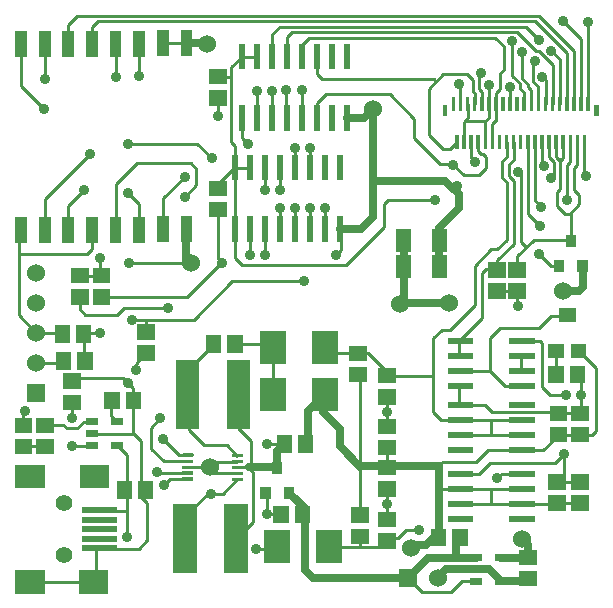
<source format=gbr>
G04 start of page 3 for group 1 idx 1 *
G04 Title: (unknown), solder *
G04 Creator: pcb 20140316 *
G04 CreationDate: Sun 15 Feb 2015 03:48:22 PM GMT UTC *
G04 For: jeroen *
G04 Format: Gerber/RS-274X *
G04 PCB-Dimensions (mil): 6000.00 5000.00 *
G04 PCB-Coordinate-Origin: lower left *
%MOIN*%
%FSLAX25Y25*%
%LNTOP*%
%ADD44C,0.0354*%
%ADD43C,0.0380*%
%ADD42C,0.0350*%
%ADD41C,0.0200*%
%ADD40C,0.0360*%
%ADD39R,0.0394X0.0394*%
%ADD38R,0.0118X0.0118*%
%ADD37R,0.0157X0.0157*%
%ADD36R,0.0472X0.0472*%
%ADD35R,0.0200X0.0200*%
%ADD34R,0.0120X0.0120*%
%ADD33C,0.0120*%
%ADD32R,0.0340X0.0340*%
%ADD31R,0.0866X0.0866*%
%ADD30R,0.0787X0.0787*%
%ADD29R,0.0197X0.0197*%
%ADD28R,0.0240X0.0240*%
%ADD27R,0.0512X0.0512*%
%ADD26C,0.0551*%
%ADD25C,0.0600*%
%ADD24C,0.0001*%
%ADD23C,0.0250*%
%ADD22C,0.0100*%
G54D22*X379134Y203346D02*Y175984D01*
X374409D02*Y192913D01*
X376772Y175984D02*Y197638D01*
X374409Y193701D02*Y175984D01*
X370866Y203543D02*X376772Y197638D01*
X372047Y175984D02*Y193110D01*
X369685Y175984D02*Y190945D01*
X366929Y193701D01*
X367323Y175984D02*Y188976D01*
X364961Y175984D02*Y183858D01*
X363780Y185039D01*
X361220Y190157D02*X361417Y190354D01*
X360630Y183661D02*Y189567D01*
X361417Y190354D01*
X362598Y175984D02*Y181693D01*
X360236Y175984D02*Y180709D01*
X359252Y181693D01*
X357874Y175984D02*Y179724D01*
X362598Y181693D02*X360630Y183661D01*
X353937Y185236D02*X356299Y182874D01*
X357283Y184449D02*X359154Y182579D01*
Y181791D01*
X357874Y179724D02*X356299Y181299D01*
X350984Y187402D02*Y195276D01*
X349803Y181102D02*Y186220D01*
X350984Y187402D01*
X348425Y179724D02*X349803Y181102D01*
X348425Y175984D02*Y179724D01*
X350984Y195276D02*X348228Y198031D01*
X348425Y170472D02*Y175787D01*
X346063Y182283D02*Y171457D01*
X344882Y170276D01*
X353150Y175984D02*Y181496D01*
X353937Y197244D02*Y185236D01*
X343701Y175984D02*Y179921D01*
X342717Y180906D01*
X343307Y186417D02*X342717Y185827D01*
Y180906D01*
X352953Y155906D02*X354331Y157283D01*
X352756Y151969D02*Y155709D01*
X352854Y155807D01*
X351969Y158268D02*X350591Y156890D01*
X356299Y182874D02*Y181299D01*
X357283Y193110D02*Y184449D01*
X355315Y200000D02*X361811Y193504D01*
X358465Y201772D02*X362795Y197441D01*
X367323Y188976D02*X362795Y193504D01*
X361811D01*
X372047Y193110D02*X361614Y203543D01*
X362795Y205315D02*X374409Y193701D01*
X366142Y163386D02*Y158268D01*
X367717Y156693D01*
Y152165D01*
X377953Y151772D02*Y163386D01*
X375591D02*Y155709D01*
X374409Y154528D01*
Y150000D01*
Y150197D02*Y147441D01*
X376181Y145669D01*
X372244Y155709D02*Y143898D01*
X373388Y130247D02*Y139407D01*
X373228Y139567D01*
X373351Y130709D02*X373388Y130672D01*
X376181Y145669D02*Y142520D01*
X373031Y139370D01*
X371457D01*
X368898Y141929D01*
Y146654D01*
X369882Y147638D01*
Y157480D01*
G54D23*X370866Y113583D02*X375984D01*
X377362Y114961D01*
Y121850D01*
G54D22*X370669Y113583D03*
X366732Y105315D02*X372047D01*
X372244Y105512D01*
X362795Y101378D02*X366732Y105315D01*
X361024Y130709D02*X373351D01*
X369488Y122047D02*X366732D01*
X362795Y125984D01*
X355512Y120669D02*Y125197D01*
X348820Y113583D02*X355511D01*
X355512Y113583D01*
Y109055D01*
X355906Y108661D01*
X355512Y125197D02*X361024Y130709D01*
X348820Y123820D02*X354331Y129331D01*
X351969Y130709D02*X348819Y127559D01*
X346850D01*
X341339Y122047D01*
X358465Y128150D02*X356693Y129921D01*
X343898Y104758D02*Y119685D01*
X345079Y120866D01*
X348623D01*
X348820Y120669D01*
Y123820D01*
X341339Y122047D02*Y108858D01*
X333268Y100787D01*
G54D23*X332874Y109646D02*X316732D01*
X316535Y109449D01*
X317717Y130512D02*Y110630D01*
X316535Y109449D01*
G54D22*X286437Y134238D02*Y140925D01*
X286220Y141142D01*
X291437Y134238D02*Y140846D01*
X291339Y140945D01*
G54D23*X296437Y134238D02*X303333D01*
X307480Y138386D01*
G54D22*X311220Y142520D02*Y135039D01*
X298425Y122244D01*
G54D23*X329528Y134646D02*Y121260D01*
G54D22*X328150Y143898D02*X312598D01*
X311220Y142520D01*
G54D23*X307480Y150394D02*X331496D01*
G54D22*X351969Y149803D02*Y130709D01*
X356693Y129921D02*Y152559D01*
X354331Y150394D02*X352756Y151969D01*
X337795Y152165D02*X334252Y155709D01*
X333858Y156102D02*X329921D01*
G54D23*X331496Y150394D02*X336024Y145866D01*
Y141142D01*
X329528Y134646D01*
G54D22*X351969Y149803D02*X350591Y151181D01*
Y156890D01*
X354331Y129331D02*Y150394D01*
X373228Y163386D02*Y156693D01*
X370866Y163386D02*Y158071D01*
X369882Y157087D01*
X368504Y158465D01*
Y163583D01*
X363583Y141732D02*X361417Y143898D01*
X359055Y139370D02*X363189Y135236D01*
X373228Y156693D02*X372244Y155709D01*
X361417Y143898D02*Y163386D01*
X359055D02*Y139370D01*
X363780Y163386D02*Y156102D01*
X364567Y155315D01*
X367717Y152165D02*X366732Y151181D01*
X348425Y170472D02*X347244Y169291D01*
X348327Y170374D02*X348425Y170472D01*
X347244Y169291D02*Y163583D01*
X344882Y170276D02*Y163386D01*
X345079Y158465D02*Y154528D01*
X342717Y152165D01*
X354331Y157283D02*Y163386D01*
X351969D02*Y158268D01*
X356693Y152559D02*X355906Y153346D01*
X341339Y175984D02*Y179528D01*
X338976Y175984D02*Y171260D01*
X337795Y170079D01*
Y163583D01*
X337992Y170276D02*X344882D01*
X341339Y179528D02*X340748Y180118D01*
Y183858D01*
X338780Y185827D01*
X330906D01*
X336024Y182677D02*X336614Y182087D01*
X330906Y185827D02*X325984Y180906D01*
Y165748D01*
X330709Y161024D01*
X327756Y184252D02*X328543Y183465D01*
X336614Y182087D02*Y175984D01*
X330709Y161024D02*X333071D01*
X335433Y163386D01*
X340157D02*Y157874D01*
X341535Y156496D01*
X342520Y163386D02*Y160236D01*
X343307Y159449D01*
X344094D01*
X345079Y158465D01*
X342717Y152165D02*X337795D01*
X329921Y156102D02*X321260Y164764D01*
G54D23*X307480Y138386D02*Y174409D01*
G54D22*X321260Y164764D02*Y171063D01*
X312992Y179331D01*
X290354Y184252D02*X327756D01*
X348228Y198031D02*X286220D01*
X355315Y200000D02*X280512D01*
X276378Y201772D02*X358465D01*
X361614Y203543D02*X215748D01*
X208858Y205315D02*X362795D01*
X312992Y179331D02*X291732D01*
X288780Y176378D01*
Y171266D01*
X288799Y171246D01*
G54D23*X298799D02*X304317D01*
X307579Y174508D01*
G54D22*X283799Y171246D02*Y180374D01*
X283661Y180512D01*
X288799Y185807D02*X290354Y184252D01*
X286220Y198031D02*X283661Y195472D01*
Y191732D01*
X280512Y200000D02*X278740Y198228D01*
Y191805D01*
X278799Y191746D01*
X271457Y147441D02*Y154719D01*
X271437Y154738D01*
X276437Y147500D02*X276378Y147441D01*
X276437Y154738D02*Y147500D01*
X281496Y154679D02*X281437Y154738D01*
X281496Y161220D02*Y154797D01*
X281437Y154738D01*
X286417Y161220D02*Y154567D01*
X286437Y154547D01*
X261437Y154738D02*X266437D01*
X261437Y134238D02*Y161988D01*
X260236Y163189D01*
X268701Y180315D02*Y171344D01*
X268799Y171246D01*
X273819Y180315D02*Y171266D01*
X273799Y171246D01*
X278543Y180512D02*Y171502D01*
X278799Y171246D01*
X263799Y191746D02*X268799D01*
X260236Y163189D02*Y188183D01*
X263799Y191746D01*
X265748Y162795D02*X263780Y164764D01*
Y171457D01*
X255906Y185039D02*X260039D01*
G54D23*X245275Y196260D02*X250787D01*
G54D22*X245472Y196654D02*X245079Y196260D01*
X245472D02*X237401D01*
D03*
X260039Y185039D02*X260236Y185236D01*
X288799Y191746D02*Y185807D01*
X273799Y191746D02*Y199193D01*
X276378Y201772D01*
X255906Y177954D02*Y171851D01*
X255906Y171850D01*
X198031Y184449D02*Y195866D01*
X198031Y195867D01*
X190157D02*Y181890D01*
X197638Y174409D01*
X221653Y195867D02*Y185040D01*
X221654Y185039D01*
X229527Y195867D02*Y185237D01*
X229528Y185236D01*
X213779Y195867D02*Y201574D01*
X205905Y195867D02*Y202362D01*
X208858Y205315D01*
X213779Y201575D02*X215748Y203543D01*
X255709Y147835D02*Y149424D01*
X261024Y154738D01*
X225787Y162795D02*X248819D01*
X253740Y157874D01*
X229527Y142717D02*X225787Y146457D01*
X190157Y134056D02*X189370Y133268D01*
X205905Y134056D02*Y141929D01*
X198031Y134056D02*Y144291D01*
X190157Y134056D02*X189370Y133268D01*
X205905Y141929D02*X211220Y147244D01*
X198031Y144291D02*X213189Y159449D01*
X276437Y134238D02*Y141083D01*
X276378Y141142D01*
X281437Y134238D02*Y141004D01*
X281299Y141142D01*
X266535Y125591D02*Y134646D01*
X271437Y134238D02*Y125610D01*
X271457Y125591D01*
X298425Y122244D02*X263780D01*
X295079Y125787D02*X296654Y127362D01*
Y134055D01*
X260433Y116929D02*X284449D01*
X263780Y122244D02*X261417Y124606D01*
X246850Y122835D02*X226181D01*
X212008Y125984D02*X189370D01*
X216535Y124606D02*Y119095D01*
X209843Y118701D02*X216535D01*
X209843Y111614D02*X209843Y111615D01*
X261417Y124606D02*Y134219D01*
X255709Y140749D02*Y124606D01*
X257283Y123031D01*
G54D23*X245275Y134449D02*Y124410D01*
X246654Y123031D01*
G54D22*X261417Y134219D02*X261437Y134238D01*
X244685Y151772D02*X237402Y144488D01*
Y133858D01*
X244685Y144882D02*X248622Y148819D01*
Y154331D01*
X246654Y156299D01*
X228740D01*
X221654Y149213D01*
Y133071D01*
X213779Y134056D02*Y127756D01*
X212008Y125984D01*
X229527Y134056D02*Y142717D01*
X216339Y99606D02*X212598D01*
X195276Y89685D02*X203662D01*
X203938Y89961D01*
X195276Y99685D02*X203465D01*
X203938Y99213D01*
X211024D02*Y89961D01*
X216535Y119095D02*X216930Y118701D01*
X216535D03*
X222244Y105709D02*X211614D01*
X209843Y107480D01*
Y111220D01*
X189370Y133268D02*Y105591D01*
X195276Y99685D01*
X247638Y104134D02*X260433Y116929D01*
X257087Y123228D02*X245472Y111614D01*
X226969Y104134D02*X247638D01*
X245472Y111614D02*X217323D01*
X238976Y108071D02*X224606D01*
X222244Y105709D01*
X231890Y99999D02*Y103937D01*
X231693Y104134D01*
G54D23*X275591Y60236D02*Y54724D01*
G54D22*X272047Y45276D02*Y39370D01*
X268504Y27559D02*X274803D01*
X275591Y28346D01*
X272244Y39173D02*X272047Y39370D01*
G54D23*X266008Y54858D02*X274565D01*
G54D22*X265551Y54921D02*X267323Y53150D01*
X265488Y54858D02*X262216D01*
X266929Y56299D02*X265488Y54858D01*
X258769Y62205D02*X251181D01*
X262216Y58758D02*X258769Y62205D01*
X266929Y63780D02*Y56299D01*
X262598Y68110D02*X266929Y63780D01*
X262216Y56758D02*X253869D01*
X233465Y68110D02*X236614Y71260D01*
X233465Y61024D02*Y68110D01*
X237630Y56858D02*X233465Y61024D01*
X245716Y56858D02*X237630D01*
X242717Y58858D02*X245716D01*
X237402Y64173D02*X242717Y58858D01*
X251181Y62205D02*X246063Y67323D01*
X235624Y52958D02*X245716D01*
X235433Y53150D02*X235624Y52958D01*
X253869Y56758D02*X251969Y54858D01*
X251835D02*X253835Y52858D01*
X245716Y54858D02*X251835D01*
X230118Y45079D02*Y63780D01*
X227559Y66339D01*
X222047Y62205D02*X225394Y58858D01*
X190946Y61812D02*X198031D01*
X190946Y68898D02*Y73230D01*
X198031Y68898D02*X198228Y68701D01*
X198031Y68897D02*X198031Y68898D01*
X190946Y73230D02*X191339Y73622D01*
X198228Y69094D02*X204134D01*
X205315Y67913D01*
X208858D01*
X211024Y70079D01*
X207087Y61811D02*X213454D01*
X213847Y62205D01*
X219291Y84646D02*X207874D01*
X207087Y76575D02*Y71260D01*
X211024Y70079D02*X214173D01*
X227559Y81299D02*X224213Y84646D01*
X219488D01*
X220276Y76968D02*X220473Y77165D01*
X222047Y70079D02*X220276Y71850D01*
Y76968D01*
X227559Y81299D02*Y66339D01*
X228346Y87205D02*Y89370D01*
X231890Y92913D01*
X213847Y66105D02*X227128D01*
X227461Y66437D01*
X239935Y50958D02*X237795Y48819D01*
X214960Y40355D02*X225394Y40354D01*
X224802Y40355D02*X224803Y40354D01*
X229331Y27756D02*X214961D01*
X244980Y38681D02*Y31201D01*
X244882Y31102D01*
X245716Y50958D02*X239935D01*
X257420Y46063D02*X252362D01*
X244882Y38583D01*
X262216Y50858D02*X257420Y46063D01*
X267323Y36614D02*X261811Y31102D01*
X267323Y53150D02*Y36614D01*
X253835Y52858D02*X262216D01*
X232185Y39469D02*Y30610D01*
X229331Y27756D01*
X232185Y39665D02*Y43012D01*
X230118Y45079D01*
X225394Y58858D02*Y31496D01*
X215157Y27756D02*Y17717D01*
X213976Y16535D01*
X192717D01*
X293315Y92905D02*X291339Y94882D01*
X274016D02*Y79134D01*
X272835Y96063D02*X274016Y94882D01*
X261417Y96063D02*X272835D01*
X246063Y87795D02*X254331Y96063D01*
X246063Y67323D02*Y87795D01*
X262598Y79134D02*Y68110D01*
G54D23*X329232Y55217D02*X329331Y55315D01*
X277953Y62598D02*X275591Y60236D01*
G54D22*X272047Y62598D02*X277953D01*
G54D23*X290945Y73228D02*Y78740D01*
X296457Y67717D02*X290945Y73228D01*
X296457Y61811D02*Y67717D01*
X285827Y73622D02*Y62205D01*
X291339Y79134D02*X285827Y73622D01*
G54D22*X291339Y79134D02*Y75984D01*
X312205Y78347D02*Y68504D01*
X303150Y85016D02*Y38976D01*
G54D23*X303248Y55217D02*X329232D01*
G54D22*X312205Y61418D02*Y54724D01*
G54D23*X303150Y55118D02*X296457Y61811D01*
G54D22*X313012Y60610D02*X312205Y61417D01*
X303544Y54724D02*X303150Y55118D01*
X302756Y54724D02*X303150Y55118D01*
G54D23*X284646Y41265D02*X279454Y46457D01*
G54D22*X276772Y39173D02*X272244D01*
X312205Y86614D02*X305906Y92913D01*
X302355D02*X302346Y92905D01*
X305906Y92913D02*X302355D01*
X303150Y85016D02*X302346Y85819D01*
X312205Y85433D02*Y86614D01*
X302346Y92905D02*X293315D01*
X312205Y85433D02*X327362D01*
X327362Y85433D01*
G54D23*X329331Y31496D02*Y55295D01*
G54D22*X315748Y31299D02*X313189D01*
X322638Y34055D02*X318504D01*
G54D23*X329331Y31496D02*X327756D01*
G54D22*X312205Y40945D02*Y37401D01*
Y40944D02*Y47638D01*
X318504Y34055D02*X315748Y31299D01*
G54D23*X322638Y28937D02*X321850Y28150D01*
X325197Y28937D02*X322638D01*
X327756Y31496D02*X325197Y28937D01*
X331890Y20866D02*X329134Y18110D01*
X335235Y24925D02*X335039Y24729D01*
X335235Y31890D02*Y24925D01*
X341800Y24729D02*X325753D01*
G54D22*X334449Y29331D02*X334645Y29528D01*
G54D23*X346063Y20866D02*X331890D01*
X325753Y24729D02*X319134Y18110D01*
G54D22*X323858Y13386D02*X319134Y18110D01*
G54D23*X319213Y18189D02*X318937Y17913D01*
G54D22*X333465Y13386D02*X323858D01*
X337008Y16929D02*X333465Y13386D01*
G54D23*X350000Y16929D02*X346063Y20866D01*
X358268Y16929D02*X350000D01*
X359056Y17717D02*X358268Y16929D01*
G54D22*X357406Y24729D02*X357480Y24803D01*
X341800Y16929D02*X337008D01*
G54D23*X350000Y24729D02*X358982D01*
X359056Y24802D01*
Y29133D01*
X357087Y31102D01*
G54D22*X310236Y28346D02*X292913D01*
X303150Y31890D02*Y28346D01*
X313189Y31299D02*X310236Y28346D01*
G54D23*X319016Y17992D02*X287323D01*
X284646Y20669D01*
Y41265D01*
G54D22*X371063Y52165D02*X368898Y50000D01*
X368366Y42776D02*X368505Y42914D01*
X376378Y50000D02*X368898D01*
Y42914D02*X376378D01*
X371063Y59252D02*Y52165D01*
X371260Y59449D02*X368110Y56299D01*
X369291Y65748D02*X364154Y60610D01*
X376378Y65748D02*X369291D01*
X376378D02*X380315D01*
X381693Y67126D01*
X357100Y47776D02*X329980D01*
X336600Y42776D02*X368366D01*
X366535Y42914D02*X368897D01*
X346850Y47776D02*Y42776D01*
X350394Y52756D02*X356693D01*
X348819Y51181D02*X350394Y52756D01*
X342933Y52776D02*X346457Y56299D01*
X336600Y52776D02*X342933D01*
X341732Y56693D02*X330709D01*
X329232Y55217D01*
X346457Y56299D02*X368110D01*
X364154Y60610D02*X357067D01*
X346850Y65610D02*Y70610D01*
X345649Y60610D02*X341732Y56693D01*
X357100Y65610D02*X336600D01*
X357100Y70610D02*X330177D01*
X357480Y60610D02*X345649D01*
X376772Y73228D02*X376378Y72834D01*
X369291D02*X376378D01*
X366535Y78937D02*X371654D01*
Y79724D01*
X371850Y78937D02*Y79528D01*
X368701Y73228D02*X369095Y72834D01*
X376772Y79134D02*Y73228D01*
X381693Y67126D02*Y87992D01*
X375984Y93701D01*
X376772Y78937D02*Y84645D01*
X375590Y85827D01*
X356707Y92067D02*Y87067D01*
X363780Y81693D02*X366535Y78937D01*
X356707Y82067D02*X351398D01*
X356707Y97067D02*X362972D01*
X349803Y101378D02*X362795D01*
X363780Y96260D02*Y81693D01*
X362972Y97067D02*X363780Y96260D01*
X368504Y85827D02*Y93701D01*
D03*
X347047Y73228D02*X368701D01*
X346457Y87008D02*X335630D01*
X351398Y82067D02*X346457Y87008D01*
X327362Y73425D02*Y97835D01*
X336207Y97067D02*Y92067D01*
X346457Y87008D02*Y98031D01*
X349803Y101378D01*
X336207Y97067D02*X343898Y104758D01*
X333268Y100787D02*X330315D01*
X327362Y97835D02*X330315Y100787D01*
X336207Y82067D02*Y75616D01*
X336201Y75610D01*
X330177Y70610D02*X327362Y73425D01*
X336207Y75577D02*X344699D01*
X347047Y73228D01*
G54D24*G36*
X192276Y82685D02*Y76685D01*
X198276D01*
Y82685D01*
X192276D01*
G37*
G54D25*X195276Y89685D03*
Y99685D03*
Y109685D03*
Y119685D03*
G54D24*G36*
X316134Y21110D02*Y15110D01*
X322134D01*
Y21110D01*
X316134D01*
G37*
G54D25*X329134Y18110D03*
G54D26*X204331Y25591D03*
Y42913D03*
G54D27*X220473Y77558D02*Y76772D01*
X227559Y77558D02*Y76772D01*
G54D28*X221247Y62205D02*X222847D01*
X221247Y70005D02*X222847D01*
G54D27*X224607Y47637D02*Y46851D01*
X231693Y47637D02*Y46851D01*
G54D28*X213047Y70005D02*X214647D01*
G54D27*X190553Y68898D02*X191339D01*
X197638Y68898D02*X198424D01*
G54D28*X213047Y66105D02*X214647D01*
G54D29*X211417Y40551D02*X221063D01*
X211417Y37402D02*X221063D01*
X211417Y27953D02*X221063D01*
X211417Y31102D02*X221063D01*
X211417Y34252D02*X221063D01*
G54D28*X213047Y62205D02*X214647D01*
G54D27*X190553Y61812D02*X191339D01*
X197638Y61812D02*X198424D01*
G54D30*X192126Y51772D02*X194094D01*
X213583D02*X215551D01*
G54D27*X206694Y76575D02*X207480D01*
X206694Y83661D02*X207480D01*
G54D31*X274016Y80315D02*Y77953D01*
G54D27*X277953Y62991D02*Y62205D01*
G54D31*X274016Y96063D02*Y93701D01*
X291339Y80315D02*Y77953D01*
X292913Y29528D02*Y27165D01*
G54D27*X285039Y62991D02*Y62205D01*
G54D31*X291339Y96063D02*Y93701D01*
G54D32*X271654Y46757D02*Y46157D01*
X279454Y46757D02*Y46157D01*
X275554Y54957D02*Y54357D01*
G54D31*X275591Y29528D02*Y27165D01*
G54D27*X276772Y39566D02*Y38780D01*
X283858Y39566D02*Y38780D01*
G54D30*X245669Y86614D02*Y71654D01*
G54D33*X244416Y58858D02*X247016D01*
G54D34*X244416Y56858D02*X247016D01*
X244416Y54858D02*X247016D01*
X244416Y52958D02*X247016D01*
X244416Y50958D02*X247016D01*
G54D30*X262598Y86614D02*Y71654D01*
G54D27*X254331Y96456D02*Y95670D01*
X261417Y96456D02*Y95670D01*
G54D34*X260916Y50858D02*X263516D01*
X260916Y52858D02*X263516D01*
X260916Y54858D02*X263516D01*
X260916Y56758D02*X263516D01*
X260916Y58758D02*X263516D01*
G54D30*X244882Y38583D02*Y23622D01*
X261811Y38583D02*Y23622D01*
X192126Y16732D02*X194094D01*
X213386D02*X215354D01*
G54D32*X369488Y122347D02*Y121747D01*
X377288Y122347D02*Y121747D01*
X373388Y130547D02*Y129947D01*
G54D35*X353850Y96870D02*X360350D01*
G54D36*X371850Y105512D02*X372638D01*
G54D27*X355119Y113583D02*X355905D01*
X355119Y120669D02*X355905D01*
X348427Y120669D02*X349213D01*
X317717Y131693D02*Y129331D01*
X329527Y131693D02*Y129331D01*
X317717Y123031D02*Y120669D01*
X329527Y123031D02*Y120669D01*
X348427Y113583D02*X349213D01*
G54D37*X381890Y175000D02*Y172638D01*
G54D38*X379134Y177756D02*Y174213D01*
X376772Y177756D02*Y174213D01*
X374409Y177756D02*Y174213D01*
X372047Y177756D02*Y174213D01*
X369685Y177756D02*Y174213D01*
X367323Y177756D02*Y174213D01*
X364961Y177756D02*Y174213D01*
X362598Y177756D02*Y174213D01*
X360236Y177756D02*Y174213D01*
X357874Y177756D02*Y174213D01*
X355512Y177756D02*Y174213D01*
X353150Y177756D02*Y174213D01*
X350787Y177756D02*Y174213D01*
X348425Y177756D02*Y174213D01*
X346063Y177756D02*Y174213D01*
X343701Y177756D02*Y174213D01*
X341339Y177756D02*Y174213D01*
X338976Y177756D02*Y174213D01*
X336614Y177756D02*Y174213D01*
X334252Y177756D02*Y174213D01*
G54D37*X331496Y175000D02*Y172638D01*
G54D38*X377953Y165157D02*Y161614D01*
X375591Y165157D02*Y161614D01*
X373228Y165157D02*Y161614D01*
X370866Y165157D02*Y161614D01*
X368504Y165157D02*Y161614D01*
X366142Y165157D02*Y161614D01*
X363780Y165157D02*Y161614D01*
X361417Y165157D02*Y161614D01*
X359055Y165157D02*Y161614D01*
X356693Y165157D02*Y161614D01*
X354331Y165157D02*Y161614D01*
X351969Y165157D02*Y161614D01*
X349606Y165157D02*Y161614D01*
X347244Y165157D02*Y161614D01*
X344882Y165157D02*Y161614D01*
X342520Y165157D02*Y161614D01*
X340157Y165157D02*Y161614D01*
X337795Y165157D02*Y161614D01*
X335433Y165157D02*Y161614D01*
G54D35*X333350Y96870D02*X339850D01*
X333350Y91870D02*X339850D01*
X333350Y86870D02*X339850D01*
X333350Y81870D02*X339850D01*
G54D27*X311812Y85433D02*X312598D01*
X311812Y78347D02*X312598D01*
G54D35*X333350Y75610D02*X339850D01*
G54D27*X301953Y92905D02*X302739D01*
X301953Y85819D02*X302739D01*
G54D35*X353850Y81870D02*X360350D01*
X353850Y86870D02*X360350D01*
X353850Y91870D02*X360350D01*
G54D36*X368307Y93701D02*X368701D01*
X375787D02*X376181D01*
G54D27*X368504Y86220D02*Y85434D01*
X375590Y86220D02*Y85434D01*
X358663Y17716D02*X359449D01*
X358663Y24802D02*X359449D01*
G54D28*X349200Y16929D02*X350800D01*
X349200Y24729D02*X350800D01*
G54D35*X353850Y37776D02*X360350D01*
X353850Y42776D02*X360350D01*
X353850Y47776D02*X360350D01*
G54D27*X311812Y37401D02*X312598D01*
X311812Y30315D02*X312598D01*
X311812Y47638D02*X312598D01*
X302757Y38976D02*X303543D01*
X302757Y31890D02*X303543D01*
X311812Y68504D02*X312598D01*
X311812Y61418D02*X312598D01*
X311812Y54724D02*X312598D01*
X368898Y72834D02*X369684D01*
X368898Y65748D02*X369684D01*
X368505Y50000D02*X369291D01*
X368505Y42914D02*X369291D01*
X375985D02*X376771D01*
X375985Y50000D02*X376771D01*
X375985Y72834D02*X376771D01*
X375985Y65748D02*X376771D01*
G54D35*X353850Y52776D02*X360350D01*
X353850Y60610D02*X360350D01*
X353850Y65610D02*X360350D01*
X353850Y70610D02*X360350D01*
X353850Y75610D02*X360350D01*
G54D27*X329331Y31889D02*Y31103D01*
X336417Y31889D02*Y31103D01*
G54D35*X333350Y52776D02*X339850D01*
X333350Y47776D02*X339850D01*
X333350Y42776D02*X339850D01*
X333350Y37776D02*X339850D01*
G54D28*X341000Y24729D02*X342600D01*
X341000Y20829D02*X342600D01*
X341000Y16929D02*X342600D01*
G54D35*X333350Y70610D02*X339850D01*
X333350Y65610D02*X339850D01*
X333350Y60610D02*X339850D01*
G54D39*X245275Y136811D02*Y132086D01*
G54D27*X255316Y140749D02*X256102D01*
X255316Y147835D02*X256102D01*
G54D39*X237401Y136811D02*Y132086D01*
X229527Y136417D02*Y131693D01*
X221653Y136417D02*Y131693D01*
X213779Y136417D02*Y131693D01*
X205905Y136417D02*Y131693D01*
X198031Y136417D02*Y131693D01*
X190157Y136417D02*Y131693D01*
G54D35*X261437Y137488D02*Y130988D01*
X266437Y137488D02*Y130988D01*
X271437Y137488D02*Y130988D01*
X276437Y137488D02*Y130988D01*
X281437Y137488D02*Y130988D01*
X286437Y137488D02*Y130988D01*
X291437Y137488D02*Y130988D01*
X296437Y137488D02*Y130988D01*
Y157988D02*Y151488D01*
X291437Y157988D02*Y151488D01*
X286437Y157988D02*Y151488D01*
X281437Y157988D02*Y151488D01*
X276437Y157988D02*Y151488D01*
X271437Y157988D02*Y151488D01*
X266437Y157988D02*Y151488D01*
X261437Y157988D02*Y151488D01*
G54D39*X245275Y198622D02*Y193897D01*
G54D27*X255513Y185039D02*X256299D01*
G54D35*X263799Y194996D02*Y188496D01*
G54D39*X237401Y198622D02*Y193897D01*
X229527Y198228D02*Y193504D01*
X221653Y198228D02*Y193504D01*
X213779Y198228D02*Y193504D01*
X205905Y198228D02*Y193504D01*
X198031Y198228D02*Y193504D01*
X190157Y198228D02*Y193504D01*
G54D27*X255513Y177953D02*X256299D01*
G54D35*X263799Y174496D02*Y167996D01*
X268799Y174496D02*Y167996D01*
X273799Y174496D02*Y167996D01*
X278799Y174496D02*Y167996D01*
X283799Y174496D02*Y167996D01*
Y194996D02*Y188496D01*
X278799Y194996D02*Y188496D01*
X273799Y194996D02*Y188496D01*
X268799Y194996D02*Y188496D01*
X288799Y174496D02*Y167996D01*
X293799Y174496D02*Y167996D01*
X298799Y174496D02*Y167996D01*
Y194996D02*Y188496D01*
X293799Y194996D02*Y188496D01*
X288799Y194996D02*Y188496D01*
G54D27*X231497Y92913D02*X232283D01*
X204331Y90747D02*Y89961D01*
X211417Y90747D02*Y89961D01*
X231497Y99999D02*X232283D01*
X203938Y99606D02*Y98820D01*
X211024Y99606D02*Y98820D01*
X209450Y111615D02*X210236D01*
X209450Y118701D02*X210236D01*
X216537Y111615D02*X217323D01*
X216537Y118701D02*X217323D01*
G54D40*X379134Y203346D03*
X370866Y203543D03*
X281299Y141339D03*
X286417D03*
X291339D03*
X276378D03*
X328150Y143898D03*
G54D25*X370866Y113583D03*
G54D40*X355906Y108661D03*
G54D25*X316535Y109449D03*
X332874Y109646D03*
G54D40*X363189Y135236D03*
X362795Y125984D03*
X363583Y141732D03*
X372244Y143898D03*
X366732Y151181D03*
X364567Y155315D03*
X355906Y153346D03*
X335433Y148622D03*
X276378Y147441D03*
X271457D03*
X281496Y161220D03*
X253740Y157874D03*
X265748Y162795D03*
X286417Y161220D03*
G54D25*X307480Y174409D03*
G54D40*X273819Y180315D03*
X268701D03*
X255906Y171850D03*
X278543Y180512D03*
G54D25*X252165Y196063D03*
G54D40*X283661Y180512D03*
X197638Y174409D03*
X225787Y162795D03*
X211220Y147244D03*
X213189Y159449D03*
X198031Y184449D03*
X221654Y185039D03*
X229528Y185236D03*
X346063Y182283D03*
X336024Y182677D03*
X343504Y186417D03*
X341535Y156496D03*
X334252Y155709D03*
X378346Y151969D03*
X363780Y185039D03*
X357283Y193307D03*
X361417Y190354D03*
X353150Y181496D03*
X353937Y196850D03*
X366929Y193701D03*
X362795Y197441D03*
G54D25*X320276Y27953D03*
G54D40*X322638Y34055D03*
X348819Y51181D03*
X371260Y59449D03*
G54D25*X357087Y31102D03*
G54D40*X312205Y73228D03*
X371654Y78937D03*
X376772Y79134D03*
X236614Y71260D03*
X235433Y53150D03*
X237402Y64173D03*
X237795Y48819D03*
X312205Y42520D03*
G54D25*X253150Y55118D03*
G54D40*X253543Y46063D03*
X272047Y39370D03*
X268504Y27559D03*
X272047Y62598D03*
X191339Y73622D03*
X207087Y71260D03*
Y61811D03*
X225394Y31496D03*
X225787Y82874D03*
X228346Y87205D03*
X271457Y125591D03*
X295079Y125787D03*
X284449Y116929D03*
X266535Y125591D03*
X257283Y123031D03*
X244685Y144882D03*
Y151772D03*
X225787Y146457D03*
G54D25*X246654Y123031D03*
G54D40*X226181Y122835D03*
X216339Y99606D03*
X216535Y124606D03*
X238976Y108071D03*
X226969Y104134D03*
G54D41*G54D42*G54D41*G54D42*G54D41*G54D42*G54D41*G54D42*G54D41*G54D42*G54D41*G54D42*G54D41*G54D42*G54D41*G54D42*G54D41*G54D43*G54D44*M02*

</source>
